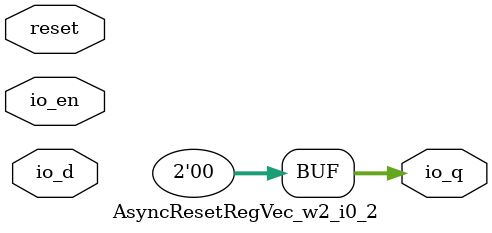
<source format=sv>
`ifndef RANDOMIZE
  `ifdef RANDOMIZE_REG_INIT
    `define RANDOMIZE
  `endif // RANDOMIZE_REG_INIT
`endif // not def RANDOMIZE
`ifndef RANDOMIZE
  `ifdef RANDOMIZE_MEM_INIT
    `define RANDOMIZE
  `endif // RANDOMIZE_MEM_INIT
`endif // not def RANDOMIZE

`ifndef RANDOM
  `define RANDOM $random
`endif // not def RANDOM

// Users can define 'PRINTF_COND' to add an extra gate to prints.
`ifndef PRINTF_COND_
  `ifdef PRINTF_COND
    `define PRINTF_COND_ (`PRINTF_COND)
  `else  // PRINTF_COND
    `define PRINTF_COND_ 1
  `endif // PRINTF_COND
`endif // not def PRINTF_COND_

// Users can define 'ASSERT_VERBOSE_COND' to add an extra gate to assert error printing.
`ifndef ASSERT_VERBOSE_COND_
  `ifdef ASSERT_VERBOSE_COND
    `define ASSERT_VERBOSE_COND_ (`ASSERT_VERBOSE_COND)
  `else  // ASSERT_VERBOSE_COND
    `define ASSERT_VERBOSE_COND_ 1
  `endif // ASSERT_VERBOSE_COND
`endif // not def ASSERT_VERBOSE_COND_

// Users can define 'STOP_COND' to add an extra gate to stop conditions.
`ifndef STOP_COND_
  `ifdef STOP_COND
    `define STOP_COND_ (`STOP_COND)
  `else  // STOP_COND
    `define STOP_COND_ 1
  `endif // STOP_COND
`endif // not def STOP_COND_

// Users can define INIT_RANDOM as general code that gets injected into the
// initializer block for modules with registers.
`ifndef INIT_RANDOM
  `define INIT_RANDOM
`endif // not def INIT_RANDOM

// If using random initialization, you can also define RANDOMIZE_DELAY to
// customize the delay used, otherwise 0.002 is used.
`ifndef RANDOMIZE_DELAY
  `define RANDOMIZE_DELAY 0.002
`endif // not def RANDOMIZE_DELAY

// Define INIT_RANDOM_PROLOG_ for use in our modules below.
`ifndef INIT_RANDOM_PROLOG_
  `ifdef RANDOMIZE
    `ifdef VERILATOR
      `define INIT_RANDOM_PROLOG_ `INIT_RANDOM
    `else  // VERILATOR
      `define INIT_RANDOM_PROLOG_ `INIT_RANDOM #`RANDOMIZE_DELAY begin end
    `endif // VERILATOR
  `else  // RANDOMIZE
    `define INIT_RANDOM_PROLOG_
  `endif // RANDOMIZE
`endif // not def INIT_RANDOM_PROLOG_

module AsyncResetRegVec_w2_i0_2(
  input        reset,
  input  [1:0] io_d,
  input        io_en,
  output [1:0] io_q
);

  assign io_q = 2'h0;	// @[AsyncResetReg.scala:63:50]
endmodule


</source>
